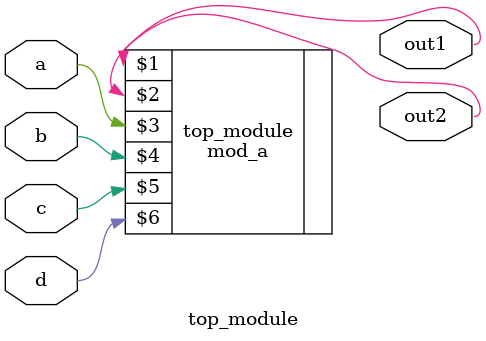
<source format=v>


module top_module ( 
    input a, 
    input b, 
    input c,
    input d,
    output out1,
    output out2
);
   mod_a top_module (out1 , out2 , a, b, c, d);
endmodule

</source>
